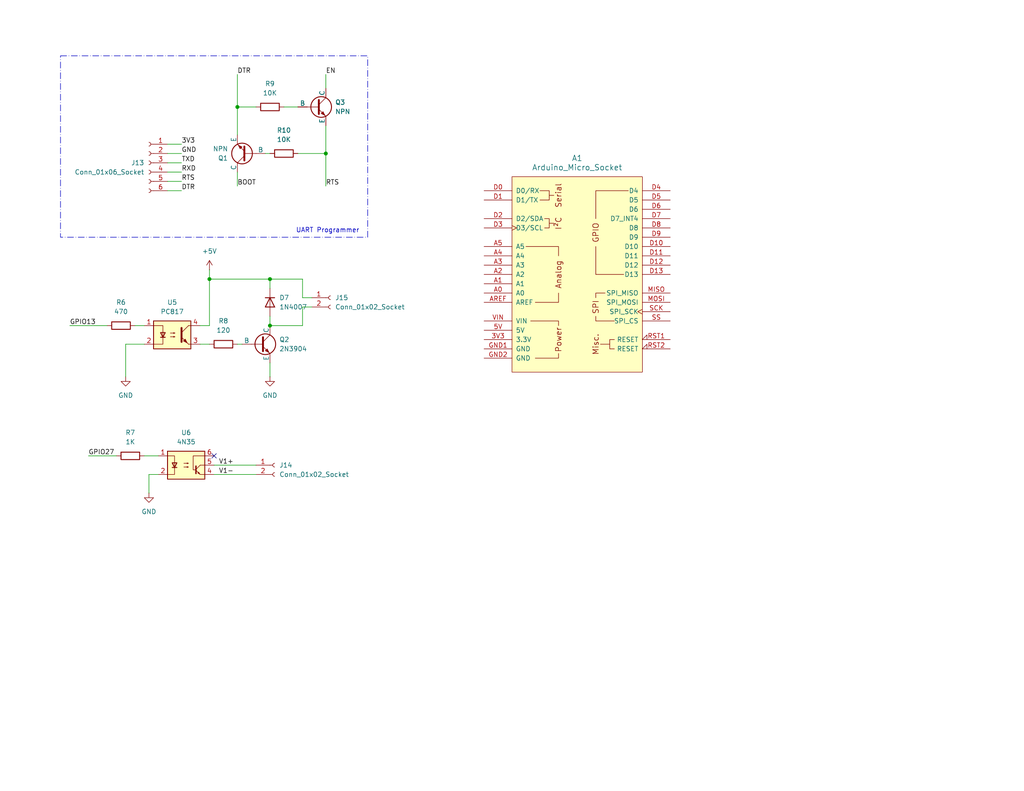
<source format=kicad_sch>
(kicad_sch (version 20231120) (generator "eeschema") (generator_version "8.0")
  (paper "USLetter")
  (title_block (title "ESP32 Sensor Node") (date "2024-07-03") (rev "v2.0"))
  (lib_symbols
    (symbol "+5V_2" (power) (pin_numbers hide) (pin_names (offset 0) hide)
      (property "Value" "+5V" (at 0 3.556 0))
      (symbol "+5V_2_0_1"
        (polyline (pts (xy -0.762 1.27) (xy 0 2.54)))
        (polyline (pts (xy 0 0) (xy 0 2.54)))
        (polyline (pts (xy 0 2.54) (xy 0.762 1.27)))
      )
      (symbol "+5V_2_1_1"
        (pin power_in line (at 0 0 90) (length 0) (name "~") (number "1"))
      )
    )
    (symbol "Connector:Conn_01x02_Socket" (pin_names (offset 1.016) hide)
      (property "Reference" "J" (at 0 2.54 0))
      (property "Value" "Conn_01x02_Socket" (at 0 -5.08 0))
      (symbol "Conn_01x02_Socket_1_1"
        (arc (start 0 -2.032) (mid -0.5058 -2.54) (end 0 -3.048) (stroke (width 0.1524)))
        (polyline (pts (xy -1.27 -2.54) (xy -0.508 -2.54)) (stroke (width 0.1524)))
        (polyline (pts (xy -1.27 0) (xy -0.508 0)) (stroke (width 0.1524)))
        (arc (start 0 0.508) (mid -0.5058 0) (end 0 -0.508) (stroke (width 0.1524)))
        (pin passive line (at -5.08 0 0) (length 3.81) (name "Pin_1") (number "1"))
        (pin passive line (at -5.08 -2.54 0) (length 3.81) (name "Pin_2") (number "2"))
      )
    )
    (symbol "Connector:Conn_01x06_Socket" (pin_names (offset 1.016) hide)
      (property "Reference" "J" (at 0 7.62 0))
      (property "Value" "Conn_01x06_Socket" (at 0 -10.16 0))
      (symbol "Conn_01x06_Socket_1_1"
        (arc (start 0 -7.112) (mid -0.5058 -7.62) (end 0 -8.128) (stroke (width 0.1524)))
        (arc (start 0 -4.572) (mid -0.5058 -5.08) (end 0 -5.588) (stroke (width 0.1524)))
        (arc (start 0 -2.032) (mid -0.5058 -2.54) (end 0 -3.048) (stroke (width 0.1524)))
        (polyline (pts (xy -1.27 -7.62) (xy -0.508 -7.62)) (stroke (width 0.1524)))
        (polyline (pts (xy -1.27 -5.08) (xy -0.508 -5.08)) (stroke (width 0.1524)))
        (polyline (pts (xy -1.27 -2.54) (xy -0.508 -2.54)) (stroke (width 0.1524)))
        (polyline (pts (xy -1.27 0) (xy -0.508 0)) (stroke (width 0.1524)))
        (polyline (pts (xy -1.27 2.54) (xy -0.508 2.54)) (stroke (width 0.1524)))
        (polyline (pts (xy -1.27 5.08) (xy -0.508 5.08)) (stroke (width 0.1524)))
        (arc (start 0 0.508) (mid -0.5058 0) (end 0 -0.508) (stroke (width 0.1524)))
        (arc (start 0 3.048) (mid -0.5058 2.54) (end 0 2.032) (stroke (width 0.1524)))
        (arc (start 0 5.588) (mid -0.5058 5.08) (end 0 4.572) (stroke (width 0.1524)))
        (pin passive line (at -5.08 5.08 0) (length 3.81) (name "Pin_1") (number "1"))
        (pin passive line (at -5.08 2.54 0) (length 3.81) (name "Pin_2") (number "2"))
        (pin passive line (at -5.08 0 0) (length 3.81) (name "Pin_3") (number "3"))
        (pin passive line (at -5.08 -2.54 0) (length 3.81) (name "Pin_4") (number "4"))
        (pin passive line (at -5.08 -5.08 0) (length 3.81) (name "Pin_5") (number "5"))
        (pin passive line (at -5.08 -7.62 0) (length 3.81) (name "Pin_6") (number "6"))
      )
    )
    (symbol "Device:D" (pin_numbers hide) (pin_names (offset 1.016) hide)
      (property "Reference" "D" (at 0 2.54 0))
      (property "Value" "D" (at 0 -2.54 0))
      (symbol "D_0_1"
        (polyline (pts (xy -1.27 1.27) (xy -1.27 -1.27)) (stroke (width 0.254)))
        (polyline (pts (xy 1.27 0) (xy -1.27 0)))
        (polyline (pts (xy 1.27 1.27) (xy 1.27 -1.27) (xy -1.27 0) (xy 1.27 1.27)) (stroke (width 0.254)))
      )
      (symbol "D_1_1"
        (pin passive line (at -3.81 0 0) (length 2.54) (name "K") (number "1"))
        (pin passive line (at 3.81 0 180) (length 2.54) (name "A") (number "2"))
      )
    )
    (symbol "Device:R" (pin_numbers hide) (pin_names (offset 0))
      (property "Reference" "R" (at 2.032 0 90))
      (property "Value" "R" (at 0 0 90))
      (symbol "R_0_1"
        (rectangle (start -1.016 -2.54) (end 1.016 2.54) (stroke (width 0.254)))
      )
      (symbol "R_1_1"
        (pin passive line (at 0 3.81 270) (length 1.27) (name "~") (number "1"))
        (pin passive line (at 0 -3.81 90) (length 1.27) (name "~") (number "2"))
      )
    )
    (symbol "GND_2" (power) (pin_numbers hide) (pin_names (offset 0) hide)
      (property "Value" "GND" (at 0 -3.81 0))
      (symbol "GND_2_0_1"
        (polyline (pts (xy 0 0) (xy 0 -1.27) (xy 1.27 -1.27) (xy 0 -2.54) (xy -1.27 -1.27) (xy 0 -1.27)))
      )
      (symbol "GND_2_1_1"
        (pin power_in line (at 0 0 270) (length 0) (name "~") (number "1"))
      )
    )
    (symbol "GND_5" (power) (pin_numbers hide) (pin_names (offset 0) hide)
      (property "Value" "GND" (at 0 -3.81 0))
      (symbol "GND_5_0_1"
        (polyline (pts (xy 0 0) (xy 0 -1.27) (xy 1.27 -1.27) (xy 0 -2.54) (xy -1.27 -1.27) (xy 0 -1.27)))
      )
      (symbol "GND_5_1_1"
        (pin power_in line (at 0 0 270) (length 0) (name "~") (number "1"))
      )
    )
    (symbol "GND_6" (power) (pin_numbers hide) (pin_names (offset 0) hide)
      (property "Value" "GND" (at 0 -3.81 0))
      (symbol "GND_6_0_1"
        (polyline (pts (xy 0 0) (xy 0 -1.27) (xy 1.27 -1.27) (xy 0 -2.54) (xy -1.27 -1.27) (xy 0 -1.27)))
      )
      (symbol "GND_6_1_1"
        (pin power_in line (at 0 0 270) (length 0) (name "~") (number "1"))
      )
    )
    (symbol "Isolator:4N35" (pin_names (offset 1.016))
      (property "Reference" "U" (at -5.08 5.08 0))
      (property "Value" "4N35" (at 0 5.08 0))
      (symbol "4N35_0_1"
        (rectangle (start -5.08 3.81) (end 5.08 -3.81) (stroke (width 0.254)) (fill (type background)))
        (polyline (pts (xy -3.81 -0.635) (xy -2.54 -0.635)) (stroke (width 0.254)))
        (polyline (pts (xy 2.667 -1.397) (xy 3.81 -2.54)))
        (polyline (pts (xy 2.667 -1.143) (xy 3.81 0)))
        (polyline (pts (xy 3.81 -2.54) (xy 5.08 -2.54)))
        (polyline (pts (xy 3.81 0) (xy 5.08 0)))
        (polyline (pts (xy 2.667 -0.254) (xy 2.667 -2.286) (xy 2.667 -2.286)) (stroke (width 0.3556)))
        (polyline (pts (xy -5.08 -2.54) (xy -3.175 -2.54) (xy -3.175 2.54) (xy -5.08 2.54)))
        (polyline (pts (xy -3.175 -0.635) (xy -3.81 0.635) (xy -2.54 0.635) (xy -3.175 -0.635)) (stroke (width 0.254)))
        (polyline (pts (xy 3.683 -2.413) (xy 3.429 -1.905) (xy 3.175 -2.159) (xy 3.683 -2.413)))
        (polyline (pts (xy 5.08 2.54) (xy 1.905 2.54) (xy 1.905 -1.27) (xy 2.54 -1.27)))
        (polyline (pts (xy -0.635 -0.508) (xy 0.635 -0.508) (xy 0.254 -0.635) (xy 0.254 -0.381) (xy 0.635 -0.508)))
        (polyline (pts (xy -0.635 0.508) (xy 0.635 0.508) (xy 0.254 0.381) (xy 0.254 0.635) (xy 0.635 0.508)))
      )
      (symbol "4N35_1_1"
        (pin passive line (at -7.62 2.54 0) (length 2.54) (name "~") (number "1"))
        (pin passive line (at -7.62 -2.54 0) (length 2.54) (name "~") (number "2"))
        (pin no_connect line (at -5.08 0 0) (length 2.54) hide (name "NC") (number "3"))
        (pin passive line (at 7.62 -2.54 180) (length 2.54) (name "~") (number "4"))
        (pin passive line (at 7.62 0 180) (length 2.54) (name "~") (number "5"))
        (pin passive line (at 7.62 2.54 180) (length 2.54) (name "~") (number "6"))
      )
    )
    (symbol "Isolator:PC817" (pin_names (offset 1.016))
      (property "Reference" "U" (at -5.08 5.08 0))
      (property "Value" "PC817" (at 0 5.08 0))
      (symbol "PC817_0_1"
        (rectangle (start -5.08 3.81) (end 5.08 -3.81) (stroke (width 0.254)) (fill (type background)))
        (polyline (pts (xy -3.175 -0.635) (xy -1.905 -0.635)) (stroke (width 0.254)))
        (polyline (pts (xy 2.54 0.635) (xy 4.445 2.54)))
        (polyline (pts (xy 4.445 -2.54) (xy 2.54 -0.635)) (fill (type outline)))
        (polyline (pts (xy 4.445 -2.54) (xy 5.08 -2.54)))
        (polyline (pts (xy 4.445 2.54) (xy 5.08 2.54)))
        (polyline (pts (xy -5.08 2.54) (xy -2.54 2.54) (xy -2.54 -0.635)))
        (polyline (pts (xy -2.54 -0.635) (xy -2.54 -2.54) (xy -5.08 -2.54)))
        (polyline (pts (xy 2.54 1.905) (xy 2.54 -1.905) (xy 2.54 -1.905)) (stroke (width 0.508)))
        (polyline (pts (xy -2.54 -0.635) (xy -3.175 0.635) (xy -1.905 0.635) (xy -2.54 -0.635)) (stroke (width 0.254)))
        (polyline (pts (xy -0.508 -0.508) (xy 0.762 -0.508) (xy 0.381 -0.635) (xy 0.381 -0.381) (xy 0.762 -0.508)))
        (polyline (pts (xy -0.508 0.508) (xy 0.762 0.508) (xy 0.381 0.381) (xy 0.381 0.635) (xy 0.762 0.508)))
        (polyline (pts (xy 3.048 -1.651) (xy 3.556 -1.143) (xy 4.064 -2.159) (xy 3.048 -1.651) (xy 3.048 -1.651)) (fill (type outline)))
      )
      (symbol "PC817_1_1"
        (pin passive line (at -7.62 2.54 0) (length 2.54) (name "~") (number "1"))
        (pin passive line (at -7.62 -2.54 0) (length 2.54) (name "~") (number "2"))
        (pin passive line (at 7.62 -2.54 180) (length 2.54) (name "~") (number "3"))
        (pin passive line (at 7.62 2.54 180) (length 2.54) (name "~") (number "4"))
      )
    )
    (symbol "PCM_arduino-library:Arduino_Micro_Socket" (pin_names (offset 1.016))
      (property "Reference" "A" (at 0 33.02 0))
      (property "Value" "Arduino_Micro_Socket" (at 0 29.21 0))
      (symbol "Arduino_Micro_Socket_0_0"
        (rectangle (start -17.78 26.67) (end 17.78 -26.67) (fill (type background)))
        (polyline (pts (xy -7.62 13.97) (xy -6.35 13.97)))
        (polyline (pts (xy -7.62 21.59) (xy -6.35 21.59)))
        (polyline (pts (xy 8.89 -19.05) (xy 6.35 -19.05)))
        (polyline (pts (xy -11.43 -22.86) (xy -5.08 -22.86) (xy -5.08 -21.59)))
        (polyline (pts (xy -5.08 -13.97) (xy -5.08 -12.7) (xy -12.7 -12.7)))
        (polyline (pts (xy -5.08 -5.08) (xy -5.08 -7.62) (xy -11.43 -7.62)))
        (polyline (pts (xy -5.08 5.08) (xy -5.08 7.62) (xy -13.97 7.62)))
        (polyline (pts (xy 5.08 -11.43) (xy 5.08 -12.7) (xy 10.16 -12.7)))
        (polyline (pts (xy 5.08 7.62) (xy 5.08 0) (xy 12.7 0)))
        (polyline (pts (xy 7.62 -5.08) (xy 5.08 -5.08) (xy 5.08 -6.35)))
        (polyline (pts (xy 13.97 22.86) (xy 5.08 22.86) (xy 5.08 15.24)))
        (polyline (pts (xy -10.16 22.86) (xy -7.62 22.86) (xy -7.62 20.32) (xy -10.16 20.32)))
        (polyline (pts (xy -8.89 15.24) (xy -7.62 15.24) (xy -7.62 12.7) (xy -8.89 12.7)))
        (text "Analog" (at -5.08 0 900) (effects (font (size 1.524 1.524))))
        (text "I²C" (at -5.08 13.97 900) (effects (font (size 1.524 1.524))))
        (text "Misc." (at 5.08 -19.05 900) (effects (font (size 1.524 1.524))))
        (text "Power" (at -5.08 -17.78 900) (effects (font (size 1.524 1.524))))
        (text "Serial" (at -5.08 21.59 900) (effects (font (size 1.524 1.524))))
        (text "SPI" (at 5.08 -8.89 900) (effects (font (size 1.524 1.524))))
      )
      (symbol "Arduino_Micro_Socket_0_1"
        (polyline (pts (xy 10.16 -17.78) (xy 8.89 -17.78) (xy 8.89 -20.32) (xy 10.16 -20.32)))
      )
      (symbol "Arduino_Micro_Socket_1_0"
        (text "GPIO" (at 5.08 11.43 900) (effects (font (size 1.524 1.524))))
      )
      (symbol "Arduino_Micro_Socket_1_1"
        (pin power_out line (at -25.4 -17.78 0) (length 7.62) (name "3.3V") (number "3V3"))
        (pin power_in line (at -25.4 -15.24 0) (length 7.62) (name "5V") (number "5V"))
        (pin bidirectional line (at -25.4 -5.08 0) (length 7.62) (name "A0") (number "A0"))
        (pin bidirectional line (at -25.4 -2.54 0) (length 7.62) (name "A1") (number "A1"))
        (pin bidirectional line (at -25.4 0 0) (length 7.62) (name "A2") (number "A2"))
        (pin bidirectional line (at -25.4 2.54 0) (length 7.62) (name "A3") (number "A3"))
        (pin bidirectional line (at -25.4 5.08 0) (length 7.62) (name "A4") (number "A4"))
        (pin bidirectional line (at -25.4 7.62 0) (length 7.62) (name "A5") (number "A5"))
        (pin input line (at -25.4 -7.62 0) (length 7.62) (name "AREF") (number "AREF"))
        (pin bidirectional line (at -25.4 22.86 0) (length 7.62) (name "D0/RX") (number "D0"))
        (pin bidirectional line (at -25.4 20.32 0) (length 7.62) (name "D1/TX") (number "D1"))
        (pin bidirectional line (at 25.4 7.62 180) (length 7.62) (name "D10") (number "D10"))
        (pin bidirectional line (at 25.4 5.08 180) (length 7.62) (name "D11") (number "D11"))
        (pin bidirectional line (at 25.4 2.54 180) (length 7.62) (name "D12") (number "D12"))
        (pin bidirectional line (at 25.4 0 180) (length 7.62) (name "D13") (number "D13"))
        (pin bidirectional line (at -25.4 15.24 0) (length 7.62) (name "D2/SDA") (number "D2"))
        (pin bidirectional clock (at -25.4 12.7 0) (length 7.62) (name "D3/SCL") (number "D3"))
        (pin bidirectional line (at 25.4 22.86 180) (length 7.62) (name "D4") (number "D4"))
        (pin bidirectional line (at 25.4 20.32 180) (length 7.62) (name "D5") (number "D5"))
        (pin bidirectional line (at 25.4 17.78 180) (length 7.62) (name "D6") (number "D6"))
        (pin bidirectional line (at 25.4 15.24 180) (length 7.62) (name "D7_INT4") (number "D7"))
        (pin bidirectional line (at 25.4 12.7 180) (length 7.62) (name "D8") (number "D8"))
        (pin bidirectional line (at 25.4 10.16 180) (length 7.62) (name "D9") (number "D9"))
        (pin power_in line (at -25.4 -20.32 0) (length 7.62) (name "GND") (number "GND1"))
        (pin power_in line (at -25.4 -22.86 0) (length 7.62) (name "GND") (number "GND2"))
        (pin input line (at 25.4 -5.08 180) (length 7.62) (name "SPI_MISO") (number "MISO"))
        (pin output line (at 25.4 -7.62 180) (length 7.62) (name "SPI_MOSI") (number "MOSI"))
        (pin open_collector input_low (at 25.4 -17.78 180) (length 7.62) (name "RESET") (number "RST1"))
        (pin open_collector input_low (at 25.4 -20.32 180) (length 7.62) (name "RESET") (number "RST2"))
        (pin output clock (at 25.4 -10.16 180) (length 7.62) (name "SPI_SCK") (number "SCK"))
        (pin bidirectional line (at 25.4 -12.7 180) (length 7.62) (name "SPI_CS") (number "SS"))
        (pin power_in line (at -25.4 -12.7 0) (length 7.62) (name "VIN") (number "VIN"))
      )
    )
    (symbol "Simulation_SPICE:NPN" (pin_numbers hide) (pin_names (offset 0))
      (property "Reference" "Q" (at -2.54 7.62 0))
      (property "Value" "NPN" (at -2.54 5.08 0))
      (symbol "NPN_0_1"
        (polyline (pts (xy -2.54 0) (xy 0.635 0)) (stroke (width 0.1524)))
        (polyline (pts (xy 0.635 0.635) (xy 2.54 2.54)))
        (polyline (pts (xy 2.794 -1.27) (xy 2.794 -1.27)) (stroke (width 0.1524)))
        (polyline (pts (xy 2.794 -1.27) (xy 2.794 -1.27)) (stroke (width 0.1524)))
        (polyline (pts (xy 0.635 -0.635) (xy 2.54 -2.54) (xy 2.54 -2.54)))
        (polyline (pts (xy 0.635 1.905) (xy 0.635 -1.905) (xy 0.635 -1.905)) (stroke (width 0.508)))
        (polyline (pts (xy 1.27 -1.778) (xy 1.778 -1.27) (xy 2.286 -2.286) (xy 1.27 -1.778) (xy 1.27 -1.778)) (fill (type outline)))
        (circle (center 1.27 0) (radius 2.8194) (stroke (width 0.254)))
      )
      (symbol "NPN_1_1"
        (pin open_collector line (at 2.54 5.08 270) (length 2.54) (name "C") (number "1"))
        (pin input line (at -5.08 0 0) (length 2.54) (name "B") (number "2"))
        (pin open_emitter line (at 2.54 -5.08 90) (length 2.54) (name "E") (number "3"))
      )
    )
  )
  (junction (at 64.77 29.21))
  (junction (at 73.66 88.9))
  (junction (at 73.66 76.2))
  (junction (at 57.15 76.2))
  (junction (at 88.9 41.91))
  (no_connect (at 58.42 124.46))
  (wire (pts (xy 73.66 76.2) (xy 82.55 76.2)))
  (wire (pts (xy 24.13 124.46) (xy 31.75 124.46)))
  (wire (pts (xy 64.77 29.21) (xy 69.85 29.21)))
  (wire (pts (xy 88.9 34.29) (xy 88.9 41.91)))
  (wire (pts (xy 19.05 88.9) (xy 29.21 88.9)))
  (wire (pts (xy 57.15 73.66) (xy 57.15 76.2)))
  (wire (pts (xy 36.83 88.9) (xy 39.37 88.9)))
  (wire (pts (xy 40.64 134.62) (xy 40.64 129.54)))
  (wire (pts (xy 73.66 99.06) (xy 73.66 102.87)))
  (wire (pts (xy 58.42 129.54) (xy 69.85 129.54)))
  (wire (pts (xy 73.66 86.36) (xy 73.66 88.9)))
  (wire (pts (xy 45.72 52.07) (xy 49.53 52.07)))
  (wire (pts (xy 45.72 41.91) (xy 49.53 41.91)))
  (wire (pts (xy 73.66 78.74) (xy 73.66 76.2)))
  (wire (pts (xy 82.55 88.9) (xy 73.66 88.9)))
  (wire (pts (xy 64.77 46.99) (xy 64.77 50.8)))
  (wire (pts (xy 82.55 76.2) (xy 82.55 81.28)))
  (wire (pts (xy 54.61 93.98) (xy 57.15 93.98)))
  (wire (pts (xy 72.39 41.91) (xy 73.66 41.91)))
  (wire (pts (xy 85.09 83.82) (xy 82.55 83.82)))
  (wire (pts (xy 82.55 83.82) (xy 82.55 88.9)))
  (wire (pts (xy 39.37 124.46) (xy 43.18 124.46)))
  (wire (pts (xy 34.29 102.87) (xy 34.29 93.98)))
  (wire (pts (xy 77.47 29.21) (xy 81.28 29.21)))
  (wire (pts (xy 45.72 46.99) (xy 49.53 46.99)))
  (wire (pts (xy 64.77 20.32) (xy 64.77 29.21)))
  (wire (pts (xy 57.15 88.9) (xy 54.61 88.9)))
  (wire (pts (xy 45.72 39.37) (xy 49.53 39.37)))
  (wire (pts (xy 45.72 49.53) (xy 49.53 49.53)))
  (wire (pts (xy 58.42 127) (xy 69.85 127)))
  (wire (pts (xy 88.9 41.91) (xy 81.28 41.91)))
  (wire (pts (xy 73.66 76.2) (xy 57.15 76.2)))
  (wire (pts (xy 88.9 41.91) (xy 88.9 50.8)))
  (wire (pts (xy 40.64 129.54) (xy 43.18 129.54)))
  (wire (pts (xy 57.15 76.2) (xy 57.15 88.9)))
  (wire (pts (xy 34.29 93.98) (xy 39.37 93.98)))
  (wire (pts (xy 64.77 29.21) (xy 64.77 36.83)))
  (wire (pts (xy 88.9 20.32) (xy 88.9 24.13)))
  (wire (pts (xy 64.77 93.98) (xy 66.04 93.98)))
  (wire (pts (xy 45.72 44.45) (xy 49.53 44.45)))
  (wire (pts (xy 82.55 81.28) (xy 85.09 81.28)))
  (rectangle (start 16.51 15.24) (end 100.33 64.77) (stroke (width 0) (type dash_dot)))
  (text "UART Programmer" (at 89.408 62.992 0) (effects (font (size 1.27 1.27))))
  (label "DTR" (at 49.53 52.07 0))
  (label "RXD" (at 49.53 46.99 0))
  (label "RTS" (at 49.53 49.53 0))
  (label "V1+" (at 59.69 127 0))
  (label "V1-" (at 59.69 129.54 0))
  (label "TXD" (at 49.53 44.45 0))
  (label "DTR" (at 64.77 20.32 0))
  (label "GND" (at 49.53 41.91 0))
  (label "EN" (at 88.9 20.32 0))
  (label "GPIO27" (at 24.13 124.46 0))
  (label "3V3" (at 49.53 39.37 0))
  (label "BOOT" (at 64.77 50.8 0))
  (label "GPIO13" (at 19.05 88.9 0))
  (label "RTS" (at 88.9 50.8 0))
  (symbol (lib_id "Isolator:PC817") (at 46.99 91.44 0) (unit 1) (on_board no)
    (property "Reference" "U5" (at 46.99 82.55 0))
    (property "Value" "PC817" (at 46.99 85.09 0))
    (property "Footprint" "Package_DIP:DIP-4_W7.62mm" (effects (hide yes)))
    (property "Datasheet" "http://www.soselectronic.cz/a_info/resource/d/pc817.pdf" (effects (hide yes)))
    (property "Description" "DC Optocoupler, Vce 35V, CTR 50-300%, DIP-4" (effects (hide yes)))
  )
  (symbol (lib_id "Device:R") (at 33.02 88.9 270) (unit 1) (on_board no)
    (property "Reference" "R6" (at 33.02 82.55 90))
    (property "Value" "470" (at 33.02 85.09 90))
    (property "Footprint" "Resistor_SMD:R_1206_3216Metric_Pad1.30x1.75mm_HandSolder" (effects (hide yes)))
    (property "Description" "Resistor" (effects (hide yes)))
  )
  (symbol (lib_id "Simulation_SPICE:NPN") (at 71.12 93.98 0) (unit 1) (on_board no)
    (property "Reference" "Q2" (at 76.2 92.7099 0) (effects (justify left)))
    (property "Value" "2N3904" (at 76.2 95.2499 0) (effects (justify left)))
    (property "Footprint" "Package_TO_SOT_THT:TO-92" (effects (hide yes)))
    (property "Datasheet" "https://ngspice.sourceforge.io/docs/ngspice-html-manual/manual.xhtml#cha_BJTs" (effects (hide yes)))
    (property "Description" "Bipolar transistor symbol for simulation only, substrate tied to the emitter" (effects (hide yes)))
    (property "Sim.Device" "NPN" (effects (hide yes)))
    (property "Sim.Type" "GUMMELPOON" (effects (hide yes)))
    (property "Sim.Pins" "1=C 2=B 3=E" (effects (hide yes)))
  )
  (symbol (lib_name "GND_5") (lib_id "power:GND") (at 73.66 102.87 0) (unit 1)
    (property "Reference" "#PWR027" (effects (hide yes)))
    (property "Value" "GND" (at 73.66 107.95 0))
    (property "Description" "Power symbol creates a global label with name \"GND\" , ground" (effects (hide yes)))
  )
  (symbol (lib_id "Device:R") (at 73.66 29.21 270) (unit 1) (on_board no)
    (property "Reference" "R9" (at 73.66 22.86 90))
    (property "Value" "10K" (at 73.66 25.4 90))
    (property "Footprint" "Resistor_SMD:R_1210_3225Metric_Pad1.30x2.65mm_HandSolder" (effects (hide yes)))
    (property "Description" "Resistor" (effects (hide yes)))
  )
  (symbol (lib_id "Connector:Conn_01x06_Socket") (at 40.64 44.45 0) (mirror y) (unit 1) (on_board no)
    (property "Reference" "J13" (at 39.37 44.4499 0) (effects (justify left)))
    (property "Value" "Conn_01x06_Socket" (at 39.37 46.9899 0) (effects (justify left)))
    (property "Footprint" "Connector_PinSocket_2.54mm:PinSocket_1x06_P2.54mm_Vertical" (effects (hide yes)))
    (property "Description" "Generic connector, single row, 01x06, script generated" (effects (hide yes)))
  )
  (symbol (lib_id "Simulation_SPICE:NPN") (at 86.36 29.21 0) (unit 1) (on_board no)
    (property "Reference" "Q3" (at 91.44 27.9399 0) (effects (justify left)))
    (property "Value" "NPN" (at 91.44 30.4799 0) (effects (justify left)))
    (property "Footprint" "Package_TO_SOT_THT:TO-92_Inline_W4.0mm_Horizontal_FlatSideDown" (effects (hide yes)))
    (property "Datasheet" "https://ngspice.sourceforge.io/docs/ngspice-html-manual/manual.xhtml#cha_BJTs" (effects (hide yes)))
    (property "Description" "Bipolar transistor symbol for simulation only, substrate tied to the emitter" (effects (hide yes)))
    (property "Sim.Device" "NPN" (effects (hide yes)))
    (property "Sim.Type" "GUMMELPOON" (effects (hide yes)))
    (property "Sim.Pins" "1=C 2=B 3=E" (effects (hide yes)))
  )
  (symbol (lib_id "Device:R") (at 60.96 93.98 270) (unit 1) (on_board no)
    (property "Reference" "R8" (at 60.96 87.63 90))
    (property "Value" "120" (at 60.96 90.17 90))
    (property "Footprint" "Resistor_SMD:R_1206_3216Metric_Pad1.30x1.75mm_HandSolder" (effects (hide yes)))
    (property "Description" "Resistor" (effects (hide yes)))
  )
  (symbol (lib_id "Device:R") (at 35.56 124.46 90) (unit 1) (on_board no)
    (property "Reference" "R7" (at 35.56 118.11 90))
    (property "Value" "1K" (at 35.56 120.65 90))
    (property "Footprint" "Resistor_SMD:R_1210_3225Metric_Pad1.30x2.65mm_HandSolder" (effects (hide yes)))
  )
  (symbol (lib_id "Connector:Conn_01x02_Socket") (at 74.93 127 0) (unit 1) (on_board no)
    (property "Reference" "J14" (at 76.2 126.9999 0) (effects (justify left)))
    (property "Value" "Conn_01x02_Socket" (at 76.2 129.5399 0) (effects (justify left)))
    (property "Footprint" "Connector_PinSocket_2.54mm:PinSocket_1x02_P2.54mm_Vertical" (effects (hide yes)))
    (property "Description" "Generic connector, single row, 01x02, script generated" (effects (hide yes)))
  )
  (symbol (lib_name "GND_2") (lib_id "power:GND") (at 40.64 134.62 0) (unit 1)
    (property "Reference" "#PWR025" (effects (hide yes)))
    (property "Value" "GND" (at 40.64 139.7 0))
    (property "Description" "Power symbol creates a global label with name \"GND\" , ground" (effects (hide yes)))
  )
  (symbol (lib_name "GND_6") (lib_id "power:GND") (at 34.29 102.87 0) (unit 1)
    (property "Reference" "#PWR024" (effects (hide yes)))
    (property "Value" "GND" (at 34.29 107.95 0))
    (property "Description" "Power symbol creates a global label with name \"GND\" , ground" (effects (hide yes)))
  )
  (symbol (lib_id "Device:D") (at 73.66 82.55 270) (unit 1) (on_board no)
    (property "Reference" "D7" (at 76.2 81.2799 90) (effects (justify left)))
    (property "Value" "1N4007" (at 76.2 83.8199 90) (effects (justify left)))
    (property "Description" "Diode" (effects (hide yes)))
    (property "Sim.Device" "D" (effects (hide yes)))
    (property "Sim.Pins" "1=K 2=A" (effects (hide yes)))
  )
  (symbol (lib_id "Connector:Conn_01x02_Socket") (at 90.17 81.28 0) (unit 1) (on_board no)
    (property "Reference" "J15" (at 91.44 81.2799 0) (effects (justify left)))
    (property "Value" "Conn_01x02_Socket" (at 91.44 83.8199 0) (effects (justify left)))
    (property "Footprint" "Connector_PinSocket_2.54mm:PinSocket_1x02_P2.54mm_Vertical" (effects (hide yes)))
    (property "Description" "Generic connector, single row, 01x02, script generated" (effects (hide yes)))
  )
  (symbol (lib_id "Simulation_SPICE:NPN") (at 67.31 41.91 180) (unit 1) (on_board no)
    (property "Reference" "Q1" (at 62.23 43.1801 0) (effects (justify left)))
    (property "Value" "NPN" (at 62.23 40.6401 0) (effects (justify left)))
    (property "Footprint" "Package_TO_SOT_THT:TO-92_Inline_W4.0mm_Horizontal_FlatSideDown" (effects (hide yes)))
    (property "Datasheet" "https://ngspice.sourceforge.io/docs/ngspice-html-manual/manual.xhtml#cha_BJTs" (effects (hide yes)))
    (property "Description" "Bipolar transistor symbol for simulation only, substrate tied to the emitter" (effects (hide yes)))
    (property "Sim.Device" "NPN" (effects (hide yes)))
    (property "Sim.Type" "GUMMELPOON" (effects (hide yes)))
    (property "Sim.Pins" "1=C 2=B 3=E" (effects (hide yes)))
  )
  (symbol (lib_id "PCM_arduino-library:Arduino_Micro_Socket") (at 157.48 74.93 0) (unit 1) (on_board no)
    (property "Reference" "A1" (at 157.48 43.18 0) (effects (font (size 1.524 1.524))))
    (property "Value" "Arduino_Micro_Socket" (at 157.48 45.72 0) (effects (font (size 1.524 1.524))))
    (property "Footprint" "PCM_arduino-library:Arduino_Micro_Socket" (effects (hide yes)))
    (property "Datasheet" "https://docs.arduino.cc/hardware/micro" (effects (hide yes)))
    (property "Description" "Socket for Arduino Micro" (effects (hide yes)))
  )
  (symbol (lib_name "+5V_2") (lib_id "power:+5V") (at 57.15 73.66 0) (unit 1)
    (property "Reference" "#PWR026" (effects (hide yes)))
    (property "Value" "+5V" (at 57.15 68.58 0))
    (property "Description" "Power symbol creates a global label with name \"+5V\"" (effects (hide yes)))
  )
  (symbol (lib_id "Device:R") (at 77.47 41.91 270) (unit 1) (on_board no)
    (property "Reference" "R10" (at 77.47 35.56 90))
    (property "Value" "10K" (at 77.47 38.1 90))
    (property "Footprint" "Resistor_SMD:R_1210_3225Metric_Pad1.30x2.65mm_HandSolder" (effects (hide yes)))
    (property "Description" "Resistor" (effects (hide yes)))
  )
  (symbol (lib_id "Isolator:4N35") (at 50.8 127 0) (unit 1) (on_board no)
    (property "Reference" "U6" (at 50.8 118.11 0))
    (property "Value" "4N35" (at 50.8 120.65 0))
    (property "Footprint" "Package_DIP:DIP-6_W7.62mm" (effects (hide yes)))
    (property "Datasheet" "https://www.vishay.com/docs/81181/4n35.pdf" (effects (hide yes)))
    (property "Description" "Optocoupler, Phototransistor Output, with Base Connection, Vce 70V, CTR 100%, Viso 5000V, DIP6" (effects (hide yes)))
  )
)
</source>
